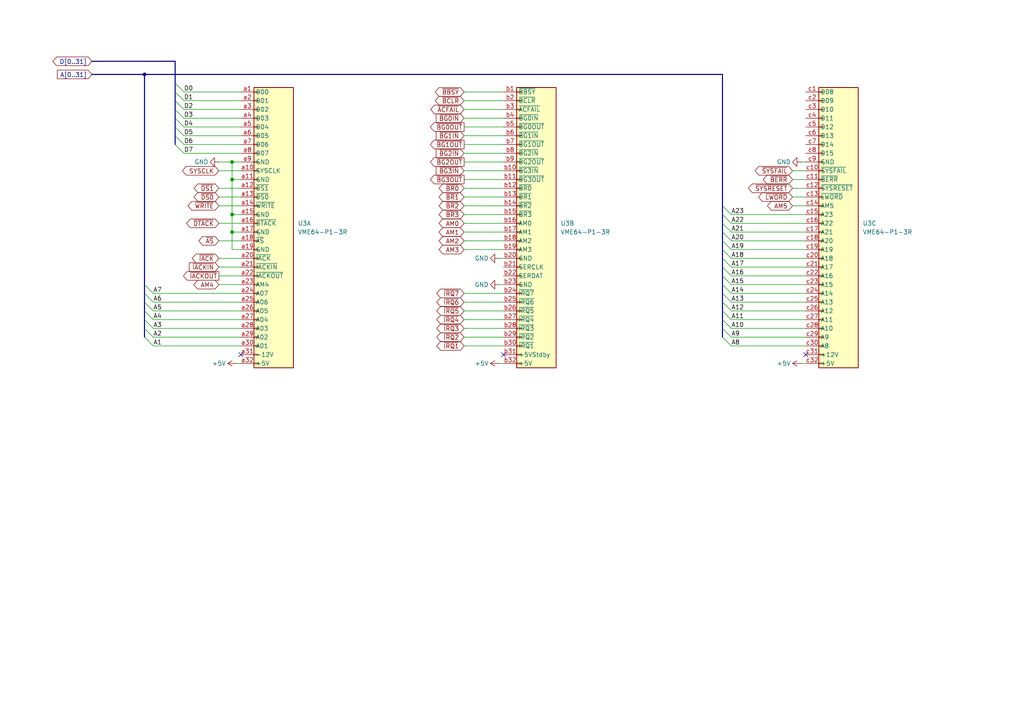
<source format=kicad_sch>
(kicad_sch (version 20231120) (generator "eeschema") (generator_version "8.0")
  (paper "A4")
  (title_block (title "VME SystemBoard") (rev "1"))
  (lib_symbols
    (symbol "Computie_Connectors:VME64-J1-3R"
      (property "Reference" "U" (at 0 40.64 0))
      (property "Value" "VME64-J1-3R" (at 0 40.64 0))
      (symbol "VME64-J1-3R_1_1"
        (rectangle (start -1.27 -40.513) (end 0 -40.767) (stroke (width 0.1524)))
        (rectangle (start -1.27 -37.973) (end 0 -38.227) (stroke (width 0.1524)))
        (rectangle (start -1.27 -35.433) (end 0 -35.687) (stroke (width 0.1524)))
        (rectangle (start -1.27 -32.893) (end 0 -33.147) (stroke (width 0.1524)))
        (rectangle (start -1.27 -30.353) (end 0 -30.607) (stroke (width 0.1524)))
        (rectangle (start -1.27 -27.813) (end 0 -28.067) (stroke (width 0.1524)))
        (rectangle (start -1.27 -25.273) (end 0 -25.527) (stroke (width 0.1524)))
        (rectangle (start -1.27 -22.733) (end 0 -22.987) (stroke (width 0.1524)))
        (rectangle (start -1.27 -20.193) (end 0 -20.447) (stroke (width 0.1524)))
        (rectangle (start -1.27 -17.653) (end 0 -17.907) (stroke (width 0.1524)))
        (rectangle (start -1.27 -15.113) (end 0 -15.367) (stroke (width 0.1524)))
        (rectangle (start -1.27 -12.573) (end 0 -12.827) (stroke (width 0.1524)))
        (rectangle (start -1.27 -10.033) (end 0 -10.287) (stroke (width 0.1524)))
        (rectangle (start -1.27 -7.493) (end 0 -7.747) (stroke (width 0.1524)))
        (rectangle (start -1.27 -4.953) (end 0 -5.207) (stroke (width 0.1524)))
        (rectangle (start -1.27 -2.413) (end 0 -2.667) (stroke (width 0.1524)))
        (rectangle (start -1.27 0.127) (end 0 -0.127) (stroke (width 0.1524)))
        (rectangle (start -1.27 2.667) (end 0 2.413) (stroke (width 0.1524)))
        (rectangle (start -1.27 5.207) (end 0 4.953) (stroke (width 0.1524)))
        (rectangle (start -1.27 7.747) (end 0 7.493) (stroke (width 0.1524)))
        (rectangle (start -1.27 10.287) (end 0 10.033) (stroke (width 0.1524)))
        (rectangle (start -1.27 12.827) (end 0 12.573) (stroke (width 0.1524)))
        (rectangle (start -1.27 15.367) (end 0 15.113) (stroke (width 0.1524)))
        (rectangle (start -1.27 17.907) (end 0 17.653) (stroke (width 0.1524)))
        (rectangle (start -1.27 20.447) (end 0 20.193) (stroke (width 0.1524)))
        (rectangle (start -1.27 22.987) (end 0 22.733) (stroke (width 0.1524)))
        (rectangle (start -1.27 25.527) (end 0 25.273) (stroke (width 0.1524)))
        (rectangle (start -1.27 28.067) (end 0 27.813) (stroke (width 0.1524)))
        (rectangle (start -1.27 30.607) (end 0 30.353) (stroke (width 0.1524)))
        (rectangle (start -1.27 33.147) (end 0 32.893) (stroke (width 0.1524)))
        (rectangle (start -1.27 35.687) (end 0 35.433) (stroke (width 0.1524)))
        (rectangle (start -1.27 38.227) (end 0 37.973) (stroke (width 0.1524)))
        (rectangle (start -1.27 39.37) (end 10.16 -41.91) (stroke (width 0.254)) (fill (type background)))
        (pin bidirectional line (at -5.08 38.1 0) (length 3.81) (name "D00") (number "a1"))
        (pin input line (at -5.08 15.24 0) (length 3.81) (name "SYSCLK") (number "a10"))
        (pin power_in line (at -5.08 12.7 0) (length 3.81) (name "GND") (number "a11"))
        (pin bidirectional line (at -5.08 10.16 0) (length 3.81) (name "~{DS1}") (number "a12"))
        (pin bidirectional line (at -5.08 7.62 0) (length 3.81) (name "~{DS0}") (number "a13"))
        (pin bidirectional line (at -5.08 5.08 0) (length 3.81) (name "~{WRITE}") (number "a14"))
        (pin power_in line (at -5.08 2.54 0) (length 3.81) (name "GND") (number "a15"))
        (pin bidirectional line (at -5.08 0 0) (length 3.81) (name "~{DTACK}") (number "a16"))
        (pin power_in line (at -5.08 -2.54 0) (length 3.81) (name "GND") (number "a17"))
        (pin bidirectional line (at -5.08 -5.08 0) (length 3.81) (name "~{AS}") (number "a18"))
        (pin power_in line (at -5.08 -7.62 0) (length 3.81) (name "GND") (number "a19"))
        (pin bidirectional line (at -5.08 35.56 0) (length 3.81) (name "D01") (number "a2"))
        (pin bidirectional line (at -5.08 -10.16 0) (length 3.81) (name "~{IACK}") (number "a20"))
        (pin output line (at -5.08 -12.7 0) (length 3.81) (name "~{IACKIN}") (number "a21"))
        (pin input line (at -5.08 -15.24 0) (length 3.81) (name "~{IACKOUT}") (number "a22"))
        (pin bidirectional line (at -5.08 -17.78 0) (length 3.81) (name "AM4") (number "a23"))
        (pin bidirectional line (at -5.08 -20.32 0) (length 3.81) (name "A07") (number "a24"))
        (pin bidirectional line (at -5.08 -22.86 0) (length 3.81) (name "A06") (number "a25"))
        (pin bidirectional line (at -5.08 -25.4 0) (length 3.81) (name "A05") (number "a26"))
        (pin bidirectional line (at -5.08 -27.94 0) (length 3.81) (name "A04") (number "a27"))
        (pin bidirectional line (at -5.08 -30.48 0) (length 3.81) (name "A03") (number "a28"))
        (pin bidirectional line (at -5.08 -33.02 0) (length 3.81) (name "A02") (number "a29"))
        (pin bidirectional line (at -5.08 33.02 0) (length 3.81) (name "D02") (number "a3"))
        (pin bidirectional line (at -5.08 -35.56 0) (length 3.81) (name "A01") (number "a30"))
        (pin power_in line (at -5.08 -38.1 0) (length 3.81) (name "-12V") (number "a31"))
        (pin power_in line (at -5.08 -40.64 0) (length 3.81) (name "+5V") (number "a32"))
        (pin bidirectional line (at -5.08 30.48 0) (length 3.81) (name "D03") (number "a4"))
        (pin bidirectional line (at -5.08 27.94 0) (length 3.81) (name "D04") (number "a5"))
        (pin bidirectional line (at -5.08 25.4 0) (length 3.81) (name "D05") (number "a6"))
        (pin bidirectional line (at -5.08 22.86 0) (length 3.81) (name "D06") (number "a7"))
        (pin bidirectional line (at -5.08 20.32 0) (length 3.81) (name "D07") (number "a8"))
        (pin power_in line (at -5.08 17.78 0) (length 3.81) (name "GND") (number "a9"))
      )
      (symbol "VME64-J1-3R_2_1"
        (rectangle (start -1.27 -40.513) (end 0 -40.767) (stroke (width 0.1524)))
        (rectangle (start -1.27 -37.973) (end 0 -38.227) (stroke (width 0.1524)))
        (rectangle (start -1.27 -35.433) (end 0 -35.687) (stroke (width 0.1524)))
        (rectangle (start -1.27 -32.893) (end 0 -33.147) (stroke (width 0.1524)))
        (rectangle (start -1.27 -30.353) (end 0 -30.607) (stroke (width 0.1524)))
        (rectangle (start -1.27 -27.813) (end 0 -28.067) (stroke (width 0.1524)))
        (rectangle (start -1.27 -25.273) (end 0 -25.527) (stroke (width 0.1524)))
        (rectangle (start -1.27 -22.733) (end 0 -22.987) (stroke (width 0.1524)))
        (rectangle (start -1.27 -20.193) (end 0 -20.447) (stroke (width 0.1524)))
        (rectangle (start -1.27 -17.653) (end 0 -17.907) (stroke (width 0.1524)))
        (rectangle (start -1.27 -15.113) (end 0 -15.367) (stroke (width 0.1524)))
        (rectangle (start -1.27 -12.573) (end 0 -12.827) (stroke (width 0.1524)))
        (rectangle (start -1.27 -10.033) (end 0 -10.287) (stroke (width 0.1524)))
        (rectangle (start -1.27 -7.493) (end 0 -7.747) (stroke (width 0.1524)))
        (rectangle (start -1.27 -4.953) (end 0 -5.207) (stroke (width 0.1524)))
        (rectangle (start -1.27 -2.413) (end 0 -2.667) (stroke (width 0.1524)))
        (rectangle (start -1.27 0.127) (end 0 -0.127) (stroke (width 0.1524)))
        (rectangle (start -1.27 2.667) (end 0 2.413) (stroke (width 0.1524)))
        (rectangle (start -1.27 5.207) (end 0 4.953) (stroke (width 0.1524)))
        (rectangle (start -1.27 7.747) (end 0 7.493) (stroke (width 0.1524)))
        (rectangle (start -1.27 10.287) (end 0 10.033) (stroke (width 0.1524)))
        (rectangle (start -1.27 12.827) (end 0 12.573) (stroke (width 0.1524)))
        (rectangle (start -1.27 15.367) (end 0 15.113) (stroke (width 0.1524)))
        (rectangle (start -1.27 17.907) (end 0 17.653) (stroke (width 0.1524)))
        (rectangle (start -1.27 20.447) (end 0 20.193) (stroke (width 0.1524)))
        (rectangle (start -1.27 22.987) (end 0 22.733) (stroke (width 0.1524)))
        (rectangle (start -1.27 25.527) (end 0 25.273) (stroke (width 0.1524)))
        (rectangle (start -1.27 28.067) (end 0 27.813) (stroke (width 0.1524)))
        (rectangle (start -1.27 30.607) (end 0 30.353) (stroke (width 0.1524)))
        (rectangle (start -1.27 33.147) (end 0 32.893) (stroke (width 0.1524)))
        (rectangle (start -1.27 35.687) (end 0 35.433) (stroke (width 0.1524)))
        (rectangle (start -1.27 38.227) (end 0 37.973) (stroke (width 0.1524)))
        (rectangle (start -1.27 39.37) (end 10.16 -41.91) (stroke (width 0.254)) (fill (type background)))
        (pin bidirectional line (at -5.08 38.1 0) (length 3.81) (name "~{BBSY}") (number "b1"))
        (pin output line (at -5.08 15.24 0) (length 3.81) (name "~{BG3IN}") (number "b10"))
        (pin input line (at -5.08 12.7 0) (length 3.81) (name "~{BG3OUT}") (number "b11"))
        (pin bidirectional line (at -5.08 10.16 0) (length 3.81) (name "~{BR0}") (number "b12"))
        (pin bidirectional line (at -5.08 7.62 0) (length 3.81) (name "~{BR1}") (number "b13"))
        (pin bidirectional line (at -5.08 5.08 0) (length 3.81) (name "~{BR2}") (number "b14"))
        (pin bidirectional line (at -5.08 2.54 0) (length 3.81) (name "~{BR3}") (number "b15"))
        (pin bidirectional line (at -5.08 0 0) (length 3.81) (name "AM0") (number "b16"))
        (pin bidirectional line (at -5.08 -2.54 0) (length 3.81) (name "AM1") (number "b17"))
        (pin bidirectional line (at -5.08 -5.08 0) (length 3.81) (name "AM2") (number "b18"))
        (pin bidirectional line (at -5.08 -7.62 0) (length 3.81) (name "AM3") (number "b19"))
        (pin bidirectional line (at -5.08 35.56 0) (length 3.81) (name "~{BCLR}") (number "b2"))
        (pin power_in line (at -5.08 -10.16 0) (length 3.81) (name "GND") (number "b20"))
        (pin bidirectional line (at -5.08 -12.7 0) (length 3.81) (name "SERCLK") (number "b21"))
        (pin bidirectional line (at -5.08 -15.24 0) (length 3.81) (name "SERDAT") (number "b22"))
        (pin power_in line (at -5.08 -17.78 0) (length 3.81) (name "GND") (number "b23"))
        (pin bidirectional line (at -5.08 -20.32 0) (length 3.81) (name "~{IRQ7}") (number "b24"))
        (pin bidirectional line (at -5.08 -22.86 0) (length 3.81) (name "~{IRQ6}") (number "b25"))
        (pin bidirectional line (at -5.08 -25.4 0) (length 3.81) (name "~{IRQ5}") (number "b26"))
        (pin bidirectional line (at -5.08 -27.94 0) (length 3.81) (name "~{IRQ4}") (number "b27"))
        (pin bidirectional line (at -5.08 -30.48 0) (length 3.81) (name "~{IRQ3}") (number "b28"))
        (pin bidirectional line (at -5.08 -33.02 0) (length 3.81) (name "~{IRQ2}") (number "b29"))
        (pin input line (at -5.08 33.02 0) (length 3.81) (name "~{ACFAIL}") (number "b3"))
        (pin bidirectional line (at -5.08 -35.56 0) (length 3.81) (name "~{IRQ1}") (number "b30"))
        (pin power_in line (at -5.08 -38.1 0) (length 3.81) (name "+5VStdby") (number "b31"))
        (pin power_in line (at -5.08 -40.64 0) (length 3.81) (name "+5V") (number "b32"))
        (pin output line (at -5.08 30.48 0) (length 3.81) (name "~{BG0IN}") (number "b4"))
        (pin input line (at -5.08 27.94 0) (length 3.81) (name "~{BG0OUT}") (number "b5"))
        (pin output line (at -5.08 25.4 0) (length 3.81) (name "~{BG1IN}") (number "b6"))
        (pin input line (at -5.08 22.86 0) (length 3.81) (name "~{BG1OUT}") (number "b7"))
        (pin output line (at -5.08 20.32 0) (length 3.81) (name "~{BG2IN}") (number "b8"))
        (pin input line (at -5.08 17.78 0) (length 3.81) (name "~{BG2OUT}") (number "b9"))
      )
      (symbol "VME64-J1-3R_3_1"
        (rectangle (start -1.27 -40.513) (end 0 -40.767) (stroke (width 0.1524)))
        (rectangle (start -1.27 -37.973) (end 0 -38.227) (stroke (width 0.1524)))
        (rectangle (start -1.27 -35.433) (end 0 -35.687) (stroke (width 0.1524)))
        (rectangle (start -1.27 -32.893) (end 0 -33.147) (stroke (width 0.1524)))
        (rectangle (start -1.27 -30.353) (end 0 -30.607) (stroke (width 0.1524)))
        (rectangle (start -1.27 -27.813) (end 0 -28.067) (stroke (width 0.1524)))
        (rectangle (start -1.27 -25.273) (end 0 -25.527) (stroke (width 0.1524)))
        (rectangle (start -1.27 -22.733) (end 0 -22.987) (stroke (width 0.1524)))
        (rectangle (start -1.27 -20.193) (end 0 -20.447) (stroke (width 0.1524)))
        (rectangle (start -1.27 -17.653) (end 0 -17.907) (stroke (width 0.1524)))
        (rectangle (start -1.27 -15.113) (end 0 -15.367) (stroke (width 0.1524)))
        (rectangle (start -1.27 -12.573) (end 0 -12.827) (stroke (width 0.1524)))
        (rectangle (start -1.27 -10.033) (end 0 -10.287) (stroke (width 0.1524)))
        (rectangle (start -1.27 -7.493) (end 0 -7.747) (stroke (width 0.1524)))
        (rectangle (start -1.27 -4.953) (end 0 -5.207) (stroke (width 0.1524)))
        (rectangle (start -1.27 -2.413) (end 0 -2.667) (stroke (width 0.1524)))
        (rectangle (start -1.27 0.127) (end 0 -0.127) (stroke (width 0.1524)))
        (rectangle (start -1.27 2.667) (end 0 2.413) (stroke (width 0.1524)))
        (rectangle (start -1.27 5.207) (end 0 4.953) (stroke (width 0.1524)))
        (rectangle (start -1.27 7.747) (end 0 7.493) (stroke (width 0.1524)))
        (rectangle (start -1.27 10.287) (end 0 10.033) (stroke (width 0.1524)))
        (rectangle (start -1.27 12.827) (end 0 12.573) (stroke (width 0.1524)))
        (rectangle (start -1.27 15.367) (end 0 15.113) (stroke (width 0.1524)))
        (rectangle (start -1.27 17.907) (end 0 17.653) (stroke (width 0.1524)))
        (rectangle (start -1.27 20.447) (end 0 20.193) (stroke (width 0.1524)))
        (rectangle (start -1.27 22.987) (end 0 22.733) (stroke (width 0.1524)))
        (rectangle (start -1.27 25.527) (end 0 25.273) (stroke (width 0.1524)))
        (rectangle (start -1.27 28.067) (end 0 27.813) (stroke (width 0.1524)))
        (rectangle (start -1.27 30.607) (end 0 30.353) (stroke (width 0.1524)))
        (rectangle (start -1.27 33.147) (end 0 32.893) (stroke (width 0.1524)))
        (rectangle (start -1.27 35.687) (end 0 35.433) (stroke (width 0.1524)))
        (rectangle (start -1.27 38.227) (end 0 37.973) (stroke (width 0.1524)))
        (rectangle (start -1.27 39.37) (end 10.16 -41.91) (stroke (width 0.254)) (fill (type background)))
        (pin bidirectional line (at -5.08 38.1 0) (length 3.81) (name "D08") (number "c1"))
        (pin bidirectional line (at -5.08 15.24 0) (length 3.81) (name "~{SYSFAIL}") (number "c10"))
        (pin bidirectional line (at -5.08 12.7 0) (length 3.81) (name "~{BERR}") (number "c11"))
        (pin bidirectional line (at -5.08 10.16 0) (length 3.81) (name "~{SYSRESET}") (number "c12"))
        (pin bidirectional line (at -5.08 7.62 0) (length 3.81) (name "~{LWORD}") (number "c13"))
        (pin bidirectional line (at -5.08 5.08 0) (length 3.81) (name "AM5") (number "c14"))
        (pin bidirectional line (at -5.08 2.54 0) (length 3.81) (name "A23") (number "c15"))
        (pin bidirectional line (at -5.08 0 0) (length 3.81) (name "A22") (number "c16"))
        (pin bidirectional line (at -5.08 -2.54 0) (length 3.81) (name "A21") (number "c17"))
        (pin bidirectional line (at -5.08 -5.08 0) (length 3.81) (name "A20") (number "c18"))
        (pin bidirectional line (at -5.08 -7.62 0) (length 3.81) (name "A19") (number "c19"))
        (pin bidirectional line (at -5.08 35.56 0) (length 3.81) (name "D09") (number "c2"))
        (pin bidirectional line (at -5.08 -10.16 0) (length 3.81) (name "A18") (number "c20"))
        (pin bidirectional line (at -5.08 -12.7 0) (length 3.81) (name "A17") (number "c21"))
        (pin bidirectional line (at -5.08 -15.24 0) (length 3.81) (name "A16") (number "c22"))
        (pin bidirectional line (at -5.08 -17.78 0) (length 3.81) (name "A15") (number "c23"))
        (pin bidirectional line (at -5.08 -20.32 0) (length 3.81) (name "A14") (number "c24"))
        (pin bidirectional line (at -5.08 -22.86 0) (length 3.81) (name "A13") (number "c25"))
        (pin bidirectional line (at -5.08 -25.4 0) (length 3.81) (name "A12") (number "c26"))
        (pin bidirectional line (at -5.08 -27.94 0) (length 3.81) (name "A11") (number "c27"))
        (pin bidirectional line (at -5.08 -30.48 0) (length 3.81) (name "A10") (number "c28"))
        (pin bidirectional line (at -5.08 -33.02 0) (length 3.81) (name "A9") (number "c29"))
        (pin bidirectional line (at -5.08 33.02 0) (length 3.81) (name "D10") (number "c3"))
        (pin bidirectional line (at -5.08 -35.56 0) (length 3.81) (name "A8") (number "c30"))
        (pin power_in line (at -5.08 -38.1 0) (length 3.81) (name "+12V") (number "c31"))
        (pin power_in line (at -5.08 -40.64 0) (length 3.81) (name "+5V") (number "c32"))
        (pin bidirectional line (at -5.08 30.48 0) (length 3.81) (name "D11") (number "c4"))
        (pin bidirectional line (at -5.08 27.94 0) (length 3.81) (name "D12") (number "c5"))
        (pin bidirectional line (at -5.08 25.4 0) (length 3.81) (name "D13") (number "c6"))
        (pin bidirectional line (at -5.08 22.86 0) (length 3.81) (name "D14") (number "c7"))
        (pin bidirectional line (at -5.08 20.32 0) (length 3.81) (name "D15") (number "c8"))
        (pin power_in line (at -5.08 17.78 0) (length 3.81) (name "GND") (number "c9"))
      )
    )
    (symbol "power:+5V" (power) (pin_names (offset 0))
      (property "Value" "+5V" (at 0 3.556 0))
      (symbol "+5V_0_1"
        (polyline (pts (xy -0.762 1.27) (xy 0 2.54)))
        (polyline (pts (xy 0 0) (xy 0 2.54)))
        (polyline (pts (xy 0 2.54) (xy 0.762 1.27)))
      )
      (symbol "+5V_1_1"
        (pin power_in line (at 0 0 90) (length 0) hide (name "+5V") (number "1"))
      )
    )
    (symbol "power:GND" (power) (pin_numbers hide) (pin_names (offset 0) hide)
      (property "Value" "GND" (at 0 -3.81 0))
      (symbol "GND_0_1"
        (polyline (pts (xy 0 0) (xy 0 -1.27) (xy 1.27 -1.27) (xy 0 -2.54) (xy -1.27 -1.27) (xy 0 -1.27)))
      )
      (symbol "GND_1_1"
        (pin power_in line (at 0 0 270) (length 0) (name "~") (number "1"))
      )
    )
  )
  (junction (at 41.91 21.59))
  (junction (at 67.31 62.23))
  (junction (at 67.31 46.99))
  (junction (at 67.31 67.31))
  (junction (at 67.31 52.07))
  (no_connect (at 69.85 102.87))
  (no_connect (at 233.68 102.87))
  (no_connect (at 146.05 102.87))
  (bus_entry (at 212.09 77.47) (size -2.54 -2.54))
  (bus_entry (at 212.09 64.77) (size -2.54 -2.54))
  (bus_entry (at 44.45 87.63) (size -2.54 -2.54))
  (bus_entry (at 212.09 62.23) (size -2.54 -2.54))
  (bus_entry (at 212.09 87.63) (size -2.54 -2.54))
  (bus_entry (at 53.34 44.45) (size -2.54 -2.54))
  (bus_entry (at 212.09 100.33) (size -2.54 -2.54))
  (bus_entry (at 44.45 100.33) (size -2.54 -2.54))
  (bus_entry (at 44.45 97.79) (size -2.54 -2.54))
  (bus_entry (at 212.09 67.31) (size -2.54 -2.54))
  (bus_entry (at 212.09 74.93) (size -2.54 -2.54))
  (bus_entry (at 44.45 90.17) (size -2.54 -2.54))
  (bus_entry (at 53.34 26.67) (size -2.54 -2.54))
  (bus_entry (at 212.09 95.25) (size -2.54 -2.54))
  (bus_entry (at 53.34 31.75) (size -2.54 -2.54))
  (bus_entry (at 53.34 41.91) (size -2.54 -2.54))
  (bus_entry (at 53.34 34.29) (size -2.54 -2.54))
  (bus_entry (at 212.09 90.17) (size -2.54 -2.54))
  (bus_entry (at 212.09 82.55) (size -2.54 -2.54))
  (bus_entry (at 212.09 97.79) (size -2.54 -2.54))
  (bus_entry (at 212.09 80.01) (size -2.54 -2.54))
  (bus_entry (at 53.34 36.83) (size -2.54 -2.54))
  (bus_entry (at 212.09 92.71) (size -2.54 -2.54))
  (bus_entry (at 212.09 72.39) (size -2.54 -2.54))
  (bus_entry (at 44.45 95.25) (size -2.54 -2.54))
  (bus_entry (at 212.09 85.09) (size -2.54 -2.54))
  (bus_entry (at 53.34 29.21) (size -2.54 -2.54))
  (bus_entry (at 53.34 39.37) (size -2.54 -2.54))
  (bus_entry (at 212.09 69.85) (size -2.54 -2.54))
  (bus_entry (at 44.45 85.09) (size -2.54 -2.54))
  (bus_entry (at 44.45 92.71) (size -2.54 -2.54))
  (bus (pts (xy 50.8 17.78) (xy 50.8 24.13)))
  (wire (pts (xy 212.09 67.31) (xy 233.68 67.31)))
  (wire (pts (xy 134.62 62.23) (xy 146.05 62.23)))
  (wire (pts (xy 212.09 90.17) (xy 233.68 90.17)))
  (wire (pts (xy 44.45 87.63) (xy 69.85 87.63)))
  (wire (pts (xy 212.09 85.09) (xy 233.68 85.09)))
  (wire (pts (xy 212.09 92.71) (xy 233.68 92.71)))
  (wire (pts (xy 134.62 39.37) (xy 146.05 39.37)))
  (wire (pts (xy 134.62 26.67) (xy 146.05 26.67)))
  (wire (pts (xy 53.34 34.29) (xy 69.85 34.29)))
  (wire (pts (xy 67.31 46.99) (xy 67.31 52.07)))
  (wire (pts (xy 44.45 92.71) (xy 69.85 92.71)))
  (bus (pts (xy 209.55 59.69) (xy 209.55 62.23)))
  (wire (pts (xy 44.45 97.79) (xy 69.85 97.79)))
  (wire (pts (xy 212.09 95.25) (xy 233.68 95.25)))
  (wire (pts (xy 63.5 54.61) (xy 69.85 54.61)))
  (wire (pts (xy 134.62 41.91) (xy 146.05 41.91)))
  (bus (pts (xy 209.55 62.23) (xy 209.55 64.77)))
  (bus (pts (xy 26.67 21.59) (xy 41.91 21.59)))
  (wire (pts (xy 68.58 105.41) (xy 69.85 105.41)))
  (bus (pts (xy 50.8 36.83) (xy 50.8 39.37)))
  (wire (pts (xy 134.62 34.29) (xy 146.05 34.29)))
  (wire (pts (xy 53.34 26.67) (xy 69.85 26.67)))
  (bus (pts (xy 41.91 85.09) (xy 41.91 87.63)))
  (wire (pts (xy 229.87 52.07) (xy 233.68 52.07)))
  (bus (pts (xy 26.67 17.78) (xy 50.8 17.78)))
  (wire (pts (xy 134.62 67.31) (xy 146.05 67.31)))
  (wire (pts (xy 134.62 57.15) (xy 146.05 57.15)))
  (wire (pts (xy 212.09 77.47) (xy 233.68 77.47)))
  (wire (pts (xy 67.31 62.23) (xy 69.85 62.23)))
  (wire (pts (xy 229.87 57.15) (xy 233.68 57.15)))
  (wire (pts (xy 134.62 69.85) (xy 146.05 69.85)))
  (wire (pts (xy 212.09 100.33) (xy 233.68 100.33)))
  (wire (pts (xy 67.31 52.07) (xy 67.31 62.23)))
  (wire (pts (xy 134.62 31.75) (xy 146.05 31.75)))
  (wire (pts (xy 67.31 72.39) (xy 69.85 72.39)))
  (wire (pts (xy 63.5 80.01) (xy 69.85 80.01)))
  (wire (pts (xy 212.09 82.55) (xy 233.68 82.55)))
  (wire (pts (xy 134.62 95.25) (xy 146.05 95.25)))
  (bus (pts (xy 209.55 74.93) (xy 209.55 77.47)))
  (wire (pts (xy 63.5 64.77) (xy 69.85 64.77)))
  (wire (pts (xy 144.78 74.93) (xy 146.05 74.93)))
  (wire (pts (xy 134.62 100.33) (xy 146.05 100.33)))
  (wire (pts (xy 212.09 97.79) (xy 233.68 97.79)))
  (wire (pts (xy 53.34 39.37) (xy 69.85 39.37)))
  (wire (pts (xy 144.78 105.41) (xy 146.05 105.41)))
  (wire (pts (xy 134.62 29.21) (xy 146.05 29.21)))
  (bus (pts (xy 41.91 21.59) (xy 209.55 21.59)))
  (bus (pts (xy 50.8 31.75) (xy 50.8 34.29)))
  (wire (pts (xy 134.62 92.71) (xy 146.05 92.71)))
  (bus (pts (xy 209.55 67.31) (xy 209.55 69.85)))
  (wire (pts (xy 134.62 64.77) (xy 146.05 64.77)))
  (wire (pts (xy 134.62 85.09) (xy 146.05 85.09)))
  (wire (pts (xy 67.31 62.23) (xy 67.31 67.31)))
  (bus (pts (xy 50.8 39.37) (xy 50.8 41.91)))
  (wire (pts (xy 232.41 105.41) (xy 233.68 105.41)))
  (bus (pts (xy 50.8 24.13) (xy 50.8 26.67)))
  (wire (pts (xy 53.34 36.83) (xy 69.85 36.83)))
  (wire (pts (xy 63.5 69.85) (xy 69.85 69.85)))
  (wire (pts (xy 134.62 54.61) (xy 146.05 54.61)))
  (bus (pts (xy 209.55 72.39) (xy 209.55 74.93)))
  (wire (pts (xy 134.62 97.79) (xy 146.05 97.79)))
  (wire (pts (xy 44.45 95.25) (xy 69.85 95.25)))
  (wire (pts (xy 134.62 46.99) (xy 146.05 46.99)))
  (wire (pts (xy 134.62 90.17) (xy 146.05 90.17)))
  (wire (pts (xy 53.34 41.91) (xy 69.85 41.91)))
  (wire (pts (xy 212.09 80.01) (xy 233.68 80.01)))
  (wire (pts (xy 63.5 49.53) (xy 69.85 49.53)))
  (wire (pts (xy 53.34 29.21) (xy 69.85 29.21)))
  (bus (pts (xy 50.8 29.21) (xy 50.8 31.75)))
  (wire (pts (xy 144.78 82.55) (xy 146.05 82.55)))
  (wire (pts (xy 69.85 67.31) (xy 67.31 67.31)))
  (wire (pts (xy 63.5 74.93) (xy 69.85 74.93)))
  (wire (pts (xy 63.5 82.55) (xy 69.85 82.55)))
  (wire (pts (xy 63.5 77.47) (xy 69.85 77.47)))
  (wire (pts (xy 212.09 69.85) (xy 233.68 69.85)))
  (wire (pts (xy 134.62 72.39) (xy 146.05 72.39)))
  (bus (pts (xy 209.55 69.85) (xy 209.55 72.39)))
  (wire (pts (xy 63.5 59.69) (xy 69.85 59.69)))
  (bus (pts (xy 41.91 95.25) (xy 41.91 92.71)))
  (bus (pts (xy 209.55 82.55) (xy 209.55 85.09)))
  (wire (pts (xy 212.09 74.93) (xy 233.68 74.93)))
  (wire (pts (xy 134.62 52.07) (xy 146.05 52.07)))
  (wire (pts (xy 67.31 46.99) (xy 69.85 46.99)))
  (bus (pts (xy 41.91 97.79) (xy 41.91 95.25)))
  (wire (pts (xy 134.62 49.53) (xy 146.05 49.53)))
  (wire (pts (xy 44.45 90.17) (xy 69.85 90.17)))
  (wire (pts (xy 69.85 52.07) (xy 67.31 52.07)))
  (bus (pts (xy 209.55 95.25) (xy 209.55 97.79)))
  (wire (pts (xy 134.62 59.69) (xy 146.05 59.69)))
  (wire (pts (xy 229.87 49.53) (xy 233.68 49.53)))
  (wire (pts (xy 44.45 100.33) (xy 69.85 100.33)))
  (bus (pts (xy 41.91 21.59) (xy 41.91 82.55)))
  (bus (pts (xy 209.55 80.01) (xy 209.55 82.55)))
  (wire (pts (xy 134.62 87.63) (xy 146.05 87.63)))
  (wire (pts (xy 212.09 72.39) (xy 233.68 72.39)))
  (wire (pts (xy 212.09 62.23) (xy 233.68 62.23)))
  (bus (pts (xy 50.8 34.29) (xy 50.8 36.83)))
  (bus (pts (xy 209.55 85.09) (xy 209.55 87.63)))
  (wire (pts (xy 67.31 67.31) (xy 67.31 72.39)))
  (wire (pts (xy 44.45 85.09) (xy 69.85 85.09)))
  (wire (pts (xy 63.5 46.99) (xy 67.31 46.99)))
  (bus (pts (xy 209.55 64.77) (xy 209.55 67.31)))
  (wire (pts (xy 233.68 46.99) (xy 232.41 46.99)))
  (wire (pts (xy 53.34 44.45) (xy 69.85 44.45)))
  (wire (pts (xy 134.62 36.83) (xy 146.05 36.83)))
  (bus (pts (xy 41.91 82.55) (xy 41.91 85.09)))
  (bus (pts (xy 41.91 92.71) (xy 41.91 90.17)))
  (bus (pts (xy 209.55 77.47) (xy 209.55 80.01)))
  (bus (pts (xy 209.55 90.17) (xy 209.55 92.71)))
  (wire (pts (xy 212.09 87.63) (xy 233.68 87.63)))
  (wire (pts (xy 63.5 57.15) (xy 69.85 57.15)))
  (wire (pts (xy 212.09 64.77) (xy 233.68 64.77)))
  (bus (pts (xy 209.55 21.59) (xy 209.55 59.69)))
  (wire (pts (xy 134.62 44.45) (xy 146.05 44.45)))
  (bus (pts (xy 209.55 87.63) (xy 209.55 90.17)))
  (bus (pts (xy 50.8 26.67) (xy 50.8 29.21)))
  (bus (pts (xy 209.55 92.71) (xy 209.55 95.25)))
  (wire (pts (xy 53.34 31.75) (xy 69.85 31.75)))
  (wire (pts (xy 229.87 54.61) (xy 233.68 54.61)))
  (wire (pts (xy 229.87 59.69) (xy 233.68 59.69)))
  (bus (pts (xy 41.91 90.17) (xy 41.91 87.63)))
  (label "A16" (at 212.09 80.01 0))
  (label "A13" (at 212.09 87.63 0))
  (label "D2" (at 53.34 31.75 0))
  (label "A7" (at 44.45 85.09 0))
  (label "D3" (at 53.34 34.29 0))
  (label "A17" (at 212.09 77.47 0))
  (label "D4" (at 53.34 36.83 0))
  (label "D1" (at 53.34 29.21 0))
  (label "A11" (at 212.09 92.71 0))
  (label "A9" (at 212.09 97.79 0))
  (label "A5" (at 44.45 90.17 0))
  (label "D0" (at 53.34 26.67 0))
  (label "A2" (at 44.45 97.79 0))
  (label "D7" (at 53.34 44.45 0))
  (label "A6" (at 44.45 87.63 0))
  (label "A14" (at 212.09 85.09 0))
  (label "A15" (at 212.09 82.55 0))
  (label "A12" (at 212.09 90.17 0))
  (label "A19" (at 212.09 72.39 0))
  (label "A21" (at 212.09 67.31 0))
  (label "A1" (at 44.45 100.33 0))
  (label "A22" (at 212.09 64.77 0))
  (label "A18" (at 212.09 74.93 0))
  (label "D5" (at 53.34 39.37 0))
  (label "A10" (at 212.09 95.25 0))
  (label "A20" (at 212.09 69.85 0))
  (label "A8" (at 212.09 100.33 0))
  (label "A4" (at 44.45 92.71 0))
  (label "A3" (at 44.45 95.25 0))
  (label "D6" (at 53.34 41.91 0))
  (label "A23" (at 212.09 62.23 0))
  (global_label "~{BG0IN}" (shape input) (at 134.62 34.29 180) (property "Intersheetrefs" "${INTERSHEET_REFS}" (effects (hide yes))))
  (global_label "~{AS}" (shape bidirectional) (at 63.5 69.85 180) (property "Intersheetrefs" "${INTERSHEET_REFS}" (effects (hide yes))))
  (global_label "~{IRQ2}" (shape bidirectional) (at 134.62 97.79 180) (property "Intersheetrefs" "${INTERSHEET_REFS}" (effects (hide yes))))
  (global_label "~{DS1}" (shape bidirectional) (at 63.5 54.61 180) (property "Intersheetrefs" "${INTERSHEET_REFS}" (effects (hide yes))))
  (global_label "~{BR3}" (shape bidirectional) (at 134.62 62.23 180) (property "Intersheetrefs" "${INTERSHEET_REFS}" (effects (hide yes))))
  (global_label "~{IACKIN}" (shape input) (at 63.5 77.47 180) (property "Intersheetrefs" "${INTERSHEET_REFS}" (effects (hide yes))))
  (global_label "~{IRQ5}" (shape bidirectional) (at 134.62 90.17 180) (property "Intersheetrefs" "${INTERSHEET_REFS}" (effects (hide yes))))
  (global_label "~{IACKOUT}" (shape output) (at 63.5 80.01 180) (property "Intersheetrefs" "${INTERSHEET_REFS}" (effects (hide yes))))
  (global_label "~{BBSY}" (shape bidirectional) (at 134.62 26.67 180) (property "Intersheetrefs" "${INTERSHEET_REFS}" (effects (hide yes))))
  (global_label "A[0..31]" (shape input) (at 26.67 21.59 180) (property "Intersheetrefs" "${INTERSHEET_REFS}" (effects (hide yes))))
  (global_label "~{BG2OUT}" (shape output) (at 134.62 46.99 180) (property "Intersheetrefs" "${INTERSHEET_REFS}" (effects (hide yes))))
  (global_label "AM3" (shape bidirectional) (at 134.62 72.39 180) (property "Intersheetrefs" "${INTERSHEET_REFS}" (effects (hide yes))))
  (global_label "AM0" (shape bidirectional) (at 134.62 64.77 180) (property "Intersheetrefs" "${INTERSHEET_REFS}" (effects (hide yes))))
  (global_label "~{IRQ3}" (shape bidirectional) (at 134.62 95.25 180) (property "Intersheetrefs" "${INTERSHEET_REFS}" (effects (hide yes))))
  (global_label "~{BR1}" (shape bidirectional) (at 134.62 57.15 180) (property "Intersheetrefs" "${INTERSHEET_REFS}" (effects (hide yes))))
  (global_label "~{BERR}" (shape bidirectional) (at 229.87 52.07 180) (property "Intersheetrefs" "${INTERSHEET_REFS}" (effects (hide yes))))
  (global_label "AM5" (shape bidirectional) (at 229.87 59.69 180) (property "Intersheetrefs" "${INTERSHEET_REFS}" (effects (hide yes))))
  (global_label "~{BG0OUT}" (shape output) (at 134.62 36.83 180) (property "Intersheetrefs" "${INTERSHEET_REFS}" (effects (hide yes))))
  (global_label "~{BR0}" (shape bidirectional) (at 134.62 54.61 180) (property "Intersheetrefs" "${INTERSHEET_REFS}" (effects (hide yes))))
  (global_label "~{WRITE}" (shape bidirectional) (at 63.5 59.69 180) (property "Intersheetrefs" "${INTERSHEET_REFS}" (effects (hide yes))))
  (global_label "~{BG3OUT}" (shape output) (at 134.62 52.07 180) (property "Intersheetrefs" "${INTERSHEET_REFS}" (effects (hide yes))))
  (global_label "~{DS0}" (shape bidirectional) (at 63.5 57.15 180) (property "Intersheetrefs" "${INTERSHEET_REFS}" (effects (hide yes))))
  (global_label "~{IRQ6}" (shape bidirectional) (at 134.62 87.63 180) (property "Intersheetrefs" "${INTERSHEET_REFS}" (effects (hide yes))))
  (global_label "~{BG1OUT}" (shape output) (at 134.62 41.91 180) (property "Intersheetrefs" "${INTERSHEET_REFS}" (effects (hide yes))))
  (global_label "D[0..31]" (shape bidirectional) (at 26.67 17.78 180) (property "Intersheetrefs" "${INTERSHEET_REFS}" (effects (hide yes))))
  (global_label "~{IRQ7}" (shape bidirectional) (at 134.62 85.09 180) (property "Intersheetrefs" "${INTERSHEET_REFS}" (effects (hide yes))))
  (global_label "AM2" (shape bidirectional) (at 134.62 69.85 180) (property "Intersheetrefs" "${INTERSHEET_REFS}" (effects (hide yes))))
  (global_label "~{SYSRESET}" (shape bidirectional) (at 229.87 54.61 180) (property "Intersheetrefs" "${INTERSHEET_REFS}" (effects (hide yes))))
  (global_label "~{IRQ1}" (shape bidirectional) (at 134.62 100.33 180) (property "Intersheetrefs" "${INTERSHEET_REFS}" (effects (hide yes))))
  (global_label "AM4" (shape bidirectional) (at 63.5 82.55 180) (property "Intersheetrefs" "${INTERSHEET_REFS}" (effects (hide yes))))
  (global_label "~{BG2IN}" (shape input) (at 134.62 44.45 180) (property "Intersheetrefs" "${INTERSHEET_REFS}" (effects (hide yes))))
  (global_label "~{DTACK}" (shape bidirectional) (at 63.5 64.77 180) (property "Intersheetrefs" "${INTERSHEET_REFS}" (effects (hide yes))))
  (global_label "~{SYSFAIL}" (shape bidirectional) (at 229.87 49.53 180) (property "Intersheetrefs" "${INTERSHEET_REFS}" (effects (hide yes))))
  (global_label "~{ACFAIL}" (shape bidirectional) (at 134.62 31.75 180) (property "Intersheetrefs" "${INTERSHEET_REFS}" (effects (hide yes))))
  (global_label "~{BCLR}" (shape bidirectional) (at 134.62 29.21 180) (property "Intersheetrefs" "${INTERSHEET_REFS}" (effects (hide yes))))
  (global_label "~{BG3IN}" (shape input) (at 134.62 49.53 180) (property "Intersheetrefs" "${INTERSHEET_REFS}" (effects (hide yes))))
  (global_label "~{BR2}" (shape bidirectional) (at 134.62 59.69 180) (property "Intersheetrefs" "${INTERSHEET_REFS}" (effects (hide yes))))
  (global_label "SYSCLK" (shape bidirectional) (at 63.5 49.53 180) (property "Intersheetrefs" "${INTERSHEET_REFS}" (effects (hide yes))))
  (global_label "~{BG1IN}" (shape input) (at 134.62 39.37 180) (property "Intersheetrefs" "${INTERSHEET_REFS}" (effects (hide yes))))
  (global_label "~{IRQ4}" (shape bidirectional) (at 134.62 92.71 180) (property "Intersheetrefs" "${INTERSHEET_REFS}" (effects (hide yes))))
  (global_label "~{IACK}" (shape bidirectional) (at 63.5 74.93 180) (property "Intersheetrefs" "${INTERSHEET_REFS}" (effects (hide yes))))
  (global_label "AM1" (shape bidirectional) (at 134.62 67.31 180) (property "Intersheetrefs" "${INTERSHEET_REFS}" (effects (hide yes))))
  (global_label "~{LWORD}" (shape bidirectional) (at 229.87 57.15 180) (property "Intersheetrefs" "${INTERSHEET_REFS}" (effects (hide yes))))
  (symbol (lib_id "power:GND") (at 144.78 74.93 270) (unit 1)
    (property "Reference" "#PWR020" (effects (hide yes)))
    (property "Value" "GND" (at 139.7 74.93 90))
    (property "Description" "Power symbol creates a global label with name \"GND\" , ground" (effects (hide yes)))
  )
  (symbol (lib_id "Computie_Connectors:VME64-J1-3R") (at 238.76 64.77 0) (unit 3)
    (property "Reference" "U3" (at 250.19 64.7699 0) (effects (justify left)))
    (property "Value" "VME64-P1-3R" (at 250.19 67.3099 0) (effects (justify left)))
    (property "Footprint" "Connector_DIN:DIN41612_C_3x32_Male_Horizontal_THT" (effects (hide yes)))
    (property "Description" "VME64 J1 (Backplane-side Socket), 3 Row DIN41612 Connector" (effects (hide yes)))
  )
  (symbol (lib_id "power:+5V") (at 144.78 105.41 90) (unit 1)
    (property "Reference" "#PWR022" (effects (hide yes)))
    (property "Value" "+5V" (at 139.7 105.41 90))
  )
  (symbol (lib_id "power:GND") (at 63.5 46.99 270) (unit 1)
    (property "Reference" "#PWR018" (effects (hide yes)))
    (property "Value" "GND" (at 58.42 46.99 90))
    (property "Description" "Power symbol creates a global label with name \"GND\" , ground" (effects (hide yes)))
  )
  (symbol (lib_id "power:+5V") (at 232.41 105.41 90) (unit 1)
    (property "Reference" "#PWR024" (effects (hide yes)))
    (property "Value" "+5V" (at 227.33 105.41 90))
  )
  (symbol (lib_id "power:+5V") (at 68.58 105.41 90) (unit 1)
    (property "Reference" "#PWR019" (effects (hide yes)))
    (property "Value" "+5V" (at 63.5 105.41 90))
  )
  (symbol (lib_id "power:GND") (at 232.41 46.99 270) (unit 1)
    (property "Reference" "#PWR023" (effects (hide yes)))
    (property "Value" "GND" (at 227.33 46.99 90))
    (property "Description" "Power symbol creates a global label with name \"GND\" , ground" (effects (hide yes)))
  )
  (symbol (lib_id "power:GND") (at 144.78 82.55 270) (unit 1)
    (property "Reference" "#PWR021" (effects (hide yes)))
    (property "Value" "GND" (at 139.7 82.55 90))
    (property "Description" "Power symbol creates a global label with name \"GND\" , ground" (effects (hide yes)))
  )
  (symbol (lib_id "Computie_Connectors:VME64-J1-3R") (at 151.13 64.77 0) (unit 2)
    (property "Reference" "U3" (at 162.56 64.7699 0) (effects (justify left)))
    (property "Value" "VME64-P1-3R" (at 162.56 67.3099 0) (effects (justify left)))
    (property "Footprint" "Connector_DIN:DIN41612_C_3x32_Male_Horizontal_THT" (effects (hide yes)))
    (property "Description" "VME64 J1 (Backplane-side Socket), 3 Row DIN41612 Connector" (effects (hide yes)))
  )
  (symbol (lib_id "Computie_Connectors:VME64-J1-3R") (at 74.93 64.77 0) (unit 1)
    (property "Reference" "U3" (at 86.36 64.7699 0) (effects (justify left)))
    (property "Value" "VME64-P1-3R" (at 86.36 67.3099 0) (effects (justify left)))
    (property "Footprint" "Connector_DIN:DIN41612_C_3x32_Male_Horizontal_THT" (effects (hide yes)))
    (property "Description" "VME64 J1 (Backplane-side Socket), 3 Row DIN41612 Connector" (effects (hide yes)))
  )
)
</source>
